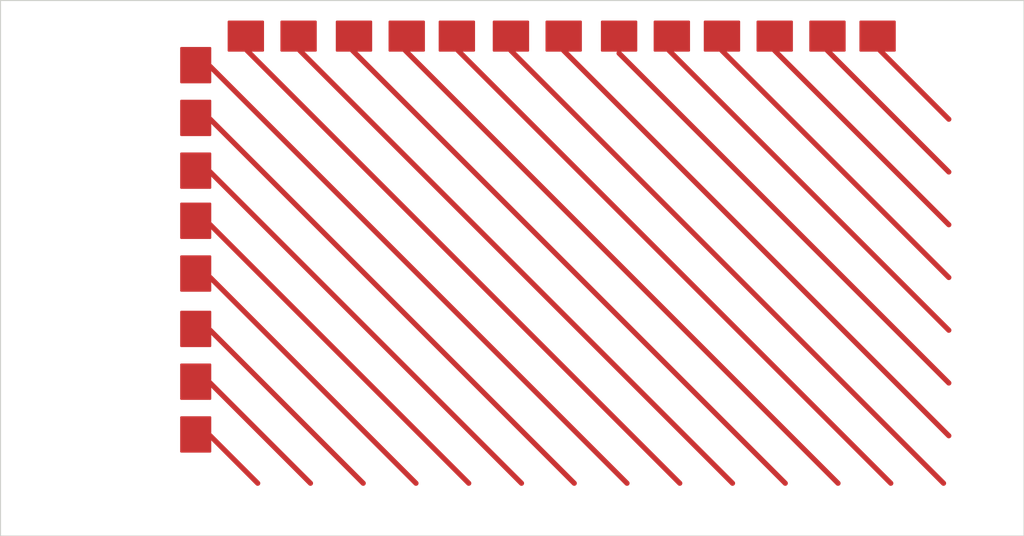
<source format=kicad_pcb>
(kicad_pcb (version 20171130) (host pcbnew "(5.1.6)-1")

  (general
    (thickness 1.6)
    (drawings 25)
    (tracks 21)
    (zones 0)
    (modules 0)
    (nets 1)
  )

  (page A4)
  (layers
    (0 F.Cu signal)
    (31 B.Cu signal)
    (32 B.Adhes user)
    (33 F.Adhes user)
    (34 B.Paste user)
    (35 F.Paste user)
    (36 B.SilkS user)
    (37 F.SilkS user)
    (38 B.Mask user)
    (39 F.Mask user)
    (40 Dwgs.User user)
    (41 Cmts.User user)
    (42 Eco1.User user)
    (43 Eco2.User user)
    (44 Edge.Cuts user)
    (45 Margin user)
    (46 B.CrtYd user)
    (47 F.CrtYd user)
    (48 B.Fab user)
    (49 F.Fab user)
  )

  (setup
    (last_trace_width 0.25)
    (trace_clearance 0.2)
    (zone_clearance 0.508)
    (zone_45_only no)
    (trace_min 0.2)
    (via_size 0.8)
    (via_drill 0.4)
    (via_min_size 0.4)
    (via_min_drill 0.3)
    (uvia_size 0.3)
    (uvia_drill 0.1)
    (uvias_allowed no)
    (uvia_min_size 0.2)
    (uvia_min_drill 0.1)
    (edge_width 0.05)
    (segment_width 0.2)
    (pcb_text_width 0.3)
    (pcb_text_size 1.5 1.5)
    (mod_edge_width 0.12)
    (mod_text_size 1 1)
    (mod_text_width 0.15)
    (pad_size 1.524 1.524)
    (pad_drill 0.762)
    (pad_to_mask_clearance 0.05)
    (aux_axis_origin 0 0)
    (visible_elements 7FFFFFFF)
    (pcbplotparams
      (layerselection 0x010fc_ffffffff)
      (usegerberextensions false)
      (usegerberattributes true)
      (usegerberadvancedattributes true)
      (creategerberjobfile true)
      (excludeedgelayer true)
      (linewidth 0.100000)
      (plotframeref false)
      (viasonmask false)
      (mode 1)
      (useauxorigin false)
      (hpglpennumber 1)
      (hpglpenspeed 20)
      (hpglpendiameter 15.000000)
      (psnegative false)
      (psa4output false)
      (plotreference true)
      (plotvalue true)
      (plotinvisibletext false)
      (padsonsilk false)
      (subtractmaskfromsilk false)
      (outputformat 1)
      (mirror false)
      (drillshape 0)
      (scaleselection 1)
      (outputdirectory "gerber/"))
  )

  (net 0 "")

  (net_class Default "This is the default net class."
    (clearance 0.2)
    (trace_width 0.25)
    (via_dia 0.8)
    (via_drill 0.4)
    (uvia_dia 0.3)
    (uvia_drill 0.1)
  )

  (gr_poly (pts (xy 139.7 71.501) (xy 138.049 71.501) (xy 138.049 70.104) (xy 139.7 70.104)) (layer F.Cu) (width 0.1) (tstamp 628157A6))
  (gr_poly (pts (xy 126.9365 71.501) (xy 125.2855 71.501) (xy 125.2855 70.104) (xy 126.9365 70.104)) (layer F.Cu) (width 0.1) (tstamp 628157A5))
  (gr_poly (pts (xy 147.193 71.501) (xy 145.542 71.501) (xy 145.542 70.104) (xy 147.193 70.104)) (layer F.Cu) (width 0.1) (tstamp 628157A4))
  (gr_poly (pts (xy 114.2365 81.407) (xy 114.2365 83.058) (xy 112.8395 83.058) (xy 112.8395 81.407)) (layer F.Cu) (width 0.1) (tstamp 628157A3))
  (gr_poly (pts (xy 144.78 71.501) (xy 143.129 71.501) (xy 143.129 70.104) (xy 144.78 70.104)) (layer F.Cu) (width 0.1) (tstamp 628157A2))
  (gr_poly (pts (xy 134.747 71.501) (xy 133.096 71.501) (xy 133.096 70.104) (xy 134.747 70.104)) (layer F.Cu) (width 0.1) (tstamp 628157A1))
  (gr_poly (pts (xy 137.287 71.501) (xy 135.636 71.501) (xy 135.636 70.104) (xy 137.287 70.104)) (layer F.Cu) (width 0.1) (tstamp 628157A0))
  (gr_poly (pts (xy 132.08 71.501) (xy 130.429 71.501) (xy 130.429 70.104) (xy 132.08 70.104)) (layer F.Cu) (width 0.1) (tstamp 6281579F))
  (gr_poly (pts (xy 121.9835 71.501) (xy 120.3325 71.501) (xy 120.3325 70.104) (xy 121.9835 70.104)) (layer F.Cu) (width 0.1) (tstamp 6281579E))
  (gr_poly (pts (xy 114.2365 86.614) (xy 114.2365 88.265) (xy 112.8395 88.265) (xy 112.8395 86.614)) (layer F.Cu) (width 0.1) (tstamp 6281579D))
  (gr_poly (pts (xy 114.2365 71.374) (xy 114.2365 73.025) (xy 112.8395 73.025) (xy 112.8395 71.374)) (layer F.Cu) (width 0.1) (tstamp 6281579C))
  (gr_poly (pts (xy 129.54 71.501) (xy 127.889 71.501) (xy 127.889 70.104) (xy 129.54 70.104)) (layer F.Cu) (width 0.1) (tstamp 6281579B))
  (gr_poly (pts (xy 116.7765 71.501) (xy 115.1255 71.501) (xy 115.1255 70.104) (xy 116.7765 70.104)) (layer F.Cu) (width 0.1) (tstamp 6281579A))
  (gr_poly (pts (xy 119.3165 71.501) (xy 117.6655 71.501) (xy 117.6655 70.104) (xy 119.3165 70.104)) (layer F.Cu) (width 0.1) (tstamp 62815799))
  (gr_poly (pts (xy 142.24 71.501) (xy 140.589 71.501) (xy 140.589 70.104) (xy 142.24 70.104)) (layer F.Cu) (width 0.1) (tstamp 62815797))
  (gr_poly (pts (xy 114.2365 89.154) (xy 114.2365 90.805) (xy 112.8395 90.805) (xy 112.8395 89.154)) (layer F.Cu) (width 0.1) (tstamp 62815796))
  (gr_poly (pts (xy 114.2365 84.074) (xy 114.2365 85.725) (xy 112.8395 85.725) (xy 112.8395 84.074)) (layer F.Cu) (width 0.1) (tstamp 62815795))
  (gr_poly (pts (xy 114.2365 73.914) (xy 114.2365 75.565) (xy 112.8395 75.565) (xy 112.8395 73.914)) (layer F.Cu) (width 0.1) (tstamp 62815794))
  (gr_poly (pts (xy 124.5235 71.501) (xy 122.8725 71.501) (xy 122.8725 70.104) (xy 124.5235 70.104)) (layer F.Cu) (width 0.1) (tstamp 62815793))
  (gr_poly (pts (xy 114.2365 76.454) (xy 114.2365 78.105) (xy 112.8395 78.105) (xy 112.8395 76.454)) (layer F.Cu) (width 0.1) (tstamp 62815792))
  (gr_poly (pts (xy 114.2365 78.867) (xy 114.2365 80.518) (xy 112.8395 80.518) (xy 112.8395 78.867)) (layer F.Cu) (width 0.1) (tstamp 62815791))
  (gr_line (start 153.416 69.088) (end 104.14 69.088) (layer Edge.Cuts) (width 0.05) (tstamp 62811ECE))
  (gr_line (start 153.416 94.869) (end 153.416 69.088) (layer Edge.Cuts) (width 0.05))
  (gr_line (start 104.14 94.869) (end 153.416 94.869) (layer Edge.Cuts) (width 0.05))
  (gr_line (start 104.14 69.088) (end 104.14 94.869) (layer Edge.Cuts) (width 0.05))

  (segment (start 116.5225 92.329) (end 114.2365 90.043) (width 0.25) (layer F.Cu) (net 0) (tstamp 628157A7))
  (segment (start 114.2365 87.503) (end 119.0625 92.329) (width 0.25) (layer F.Cu) (net 0) (tstamp 628157A8))
  (segment (start 123.6345 71.501) (end 144.4625 92.329) (width 0.25) (layer F.Cu) (net 0) (tstamp 628157A9))
  (segment (start 136.3345 71.501) (end 149.7965 84.963) (width 0.25) (layer F.Cu) (net 0) (tstamp 628157AA))
  (segment (start 128.7145 71.501) (end 149.5425 92.329) (width 0.25) (layer F.Cu) (net 0) (tstamp 628157AB))
  (segment (start 121.6025 92.329) (end 114.2365 84.963) (width 0.25) (layer F.Cu) (net 0) (tstamp 628157AC))
  (segment (start 129.2225 92.329) (end 114.2365 77.343) (width 0.25) (layer F.Cu) (net 0) (tstamp 628157AD))
  (segment (start 149.7965 82.423) (end 138.8745 71.501) (width 0.25) (layer F.Cu) (net 0) (tstamp 628157AE))
  (segment (start 141.9225 92.329) (end 121.0945 71.501) (width 0.25) (layer F.Cu) (net 0) (tstamp 628157AF))
  (segment (start 124.1425 92.329) (end 114.2365 82.423) (width 0.25) (layer F.Cu) (net 0) (tstamp 628157B0))
  (segment (start 126.6825 92.329) (end 114.2365 79.883) (width 0.25) (layer F.Cu) (net 0) (tstamp 628157B1))
  (segment (start 149.7965 77.343) (end 143.9545 71.501) (width 0.25) (layer F.Cu) (net 0) (tstamp 628157B2))
  (segment (start 131.2545 71.501) (end 149.7965 90.043) (width 0.25) (layer F.Cu) (net 0) (tstamp 628157B3))
  (segment (start 149.7965 79.883) (end 141.4145 71.501) (width 0.25) (layer F.Cu) (net 0) (tstamp 628157B4))
  (segment (start 118.5545 71.501) (end 139.3825 92.329) (width 0.25) (layer F.Cu) (net 0) (tstamp 628157B5))
  (segment (start 146.4945 71.501) (end 149.7965 74.803) (width 0.25) (layer F.Cu) (net 0) (tstamp 628157B6))
  (segment (start 116.0145 71.501) (end 136.8425 92.329) (width 0.25) (layer F.Cu) (net 0) (tstamp 628157B7))
  (segment (start 134.3025 92.329) (end 114.2365 72.263) (width 0.25) (layer F.Cu) (net 0) (tstamp 628157B8))
  (segment (start 133.9215 71.628) (end 149.7965 87.503) (width 0.25) (layer F.Cu) (net 0) (tstamp 628157B9))
  (segment (start 131.7625 92.329) (end 114.2365 74.803) (width 0.25) (layer F.Cu) (net 0) (tstamp 628157BA))
  (segment (start 147.0025 92.329) (end 126.1745 71.501) (width 0.25) (layer F.Cu) (net 0) (tstamp 628157BB))

)

</source>
